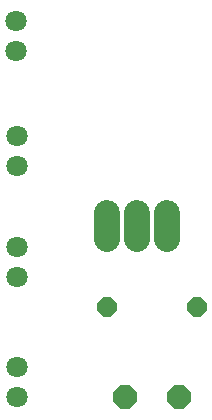
<source format=gbr>
G04 EAGLE Gerber RS-274X export*
G75*
%MOMM*%
%FSLAX34Y34*%
%LPD*%
%INTop Copper*%
%IPPOS*%
%AMOC8*
5,1,8,0,0,1.08239X$1,22.5*%
G01*
%ADD10C,2.235200*%
%ADD11P,1.759533X8X202.500000*%
%ADD12C,1.800000*%
%ADD13P,2.199416X8X202.500000*%


D10*
X-177800Y-183896D02*
X-177800Y-161544D01*
X-152400Y-161544D02*
X-152400Y-183896D01*
X-127000Y-183896D02*
X-127000Y-161544D01*
D11*
X-101600Y-241300D03*
X-177800Y-241300D03*
D12*
X-254000Y-292100D03*
X-254000Y-317500D03*
X-255270Y1270D03*
X-255270Y-24130D03*
D13*
X-116840Y-317500D03*
X-162560Y-317500D03*
D12*
X-254000Y-215900D03*
X-254000Y-190500D03*
X-254000Y-96520D03*
X-254000Y-121920D03*
M02*

</source>
